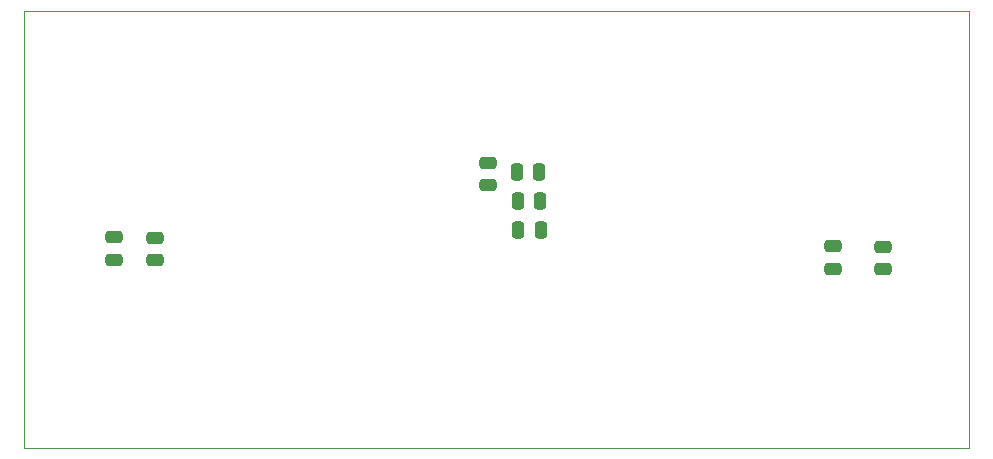
<source format=gbr>
%TF.GenerationSoftware,KiCad,Pcbnew,9.0.0*%
%TF.CreationDate,2025-03-14T14:13:33-06:00*%
%TF.ProjectId,scrollwheel_peripheral,7363726f-6c6c-4776-9865-656c5f706572,rev?*%
%TF.SameCoordinates,Original*%
%TF.FileFunction,Paste,Bot*%
%TF.FilePolarity,Positive*%
%FSLAX46Y46*%
G04 Gerber Fmt 4.6, Leading zero omitted, Abs format (unit mm)*
G04 Created by KiCad (PCBNEW 9.0.0) date 2025-03-14 14:13:33*
%MOMM*%
%LPD*%
G01*
G04 APERTURE LIST*
G04 Aperture macros list*
%AMRoundRect*
0 Rectangle with rounded corners*
0 $1 Rounding radius*
0 $2 $3 $4 $5 $6 $7 $8 $9 X,Y pos of 4 corners*
0 Add a 4 corners polygon primitive as box body*
4,1,4,$2,$3,$4,$5,$6,$7,$8,$9,$2,$3,0*
0 Add four circle primitives for the rounded corners*
1,1,$1+$1,$2,$3*
1,1,$1+$1,$4,$5*
1,1,$1+$1,$6,$7*
1,1,$1+$1,$8,$9*
0 Add four rect primitives between the rounded corners*
20,1,$1+$1,$2,$3,$4,$5,0*
20,1,$1+$1,$4,$5,$6,$7,0*
20,1,$1+$1,$6,$7,$8,$9,0*
20,1,$1+$1,$8,$9,$2,$3,0*%
G04 Aperture macros list end*
%ADD10RoundRect,0.250000X-0.475000X0.250000X-0.475000X-0.250000X0.475000X-0.250000X0.475000X0.250000X0*%
%ADD11RoundRect,0.250000X0.475000X-0.250000X0.475000X0.250000X-0.475000X0.250000X-0.475000X-0.250000X0*%
%ADD12RoundRect,0.250000X0.250000X0.475000X-0.250000X0.475000X-0.250000X-0.475000X0.250000X-0.475000X0*%
%ADD13RoundRect,0.250000X-0.250000X-0.475000X0.250000X-0.475000X0.250000X0.475000X-0.250000X0.475000X0*%
%TA.AperFunction,Profile*%
%ADD14C,0.050000*%
%TD*%
G04 APERTURE END LIST*
D10*
%TO.C,C11*%
X81300000Y-66350000D03*
X81300000Y-68250000D03*
%TD*%
D11*
%TO.C,C1*%
X49600000Y-74575000D03*
X49600000Y-72675000D03*
%TD*%
%TO.C,C4*%
X114750000Y-75400000D03*
X114750000Y-73500000D03*
%TD*%
%TO.C,C2*%
X53075000Y-74600000D03*
X53075000Y-72700000D03*
%TD*%
%TO.C,C3*%
X110525000Y-75325000D03*
X110525000Y-73425000D03*
%TD*%
D12*
%TO.C,C5*%
X85725000Y-69625000D03*
X83825000Y-69625000D03*
%TD*%
D13*
%TO.C,C8*%
X83850000Y-72050000D03*
X85750000Y-72050000D03*
%TD*%
D12*
%TO.C,C9*%
X85650000Y-67150000D03*
X83750000Y-67150000D03*
%TD*%
D14*
X42000000Y-53500000D02*
X122000000Y-53500000D01*
X122000000Y-90500000D01*
X42000000Y-90500000D01*
X42000000Y-53500000D01*
M02*

</source>
